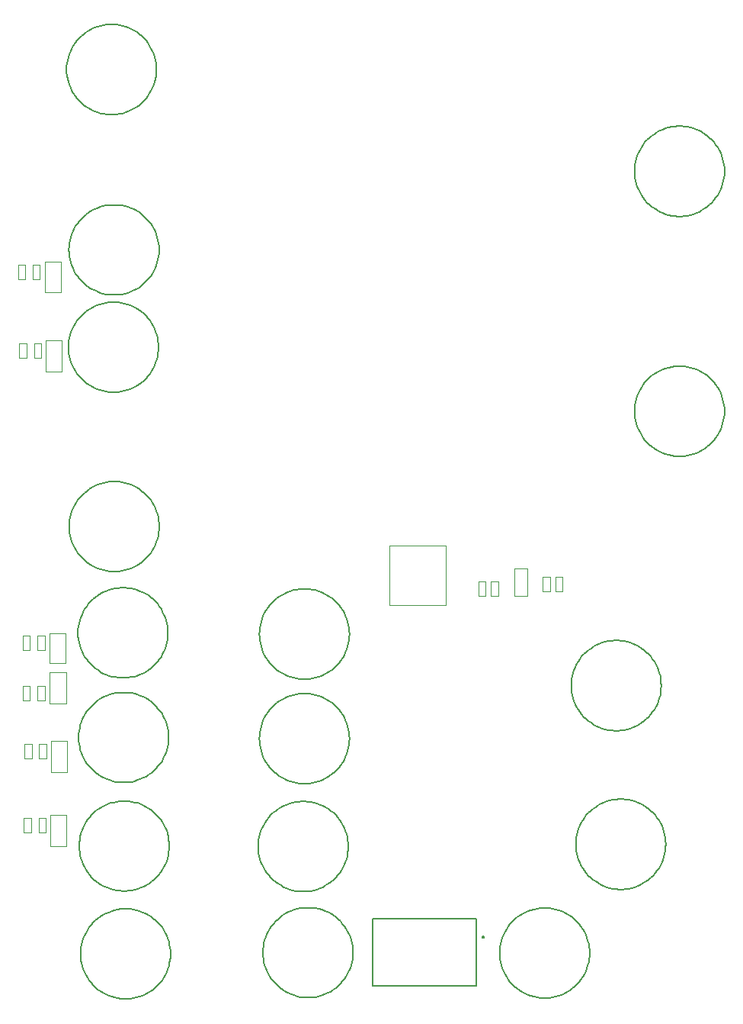
<source format=gbr>
%FSTAX23Y23*%
%MOIN*%
%SFA1B1*%

%IPPOS*%
%ADD48C,0.007874*%
%ADD49C,0.005000*%
%ADD53C,0.003937*%
%LNpcb.psu.dcdc.001.a1_mechanical_13-1*%
%LPD*%
G54D48*
X02444Y00301D02*
D01*
X02444Y00301*
X02444Y00301*
X02444Y00301*
X02444Y00302*
X02444Y00302*
X02443Y00302*
X02443Y00303*
X02443Y00303*
X02443Y00303*
X02443Y00303*
X02443Y00303*
X02442Y00304*
X02442Y00304*
X02442Y00304*
X02442Y00304*
X02442Y00304*
X02441Y00304*
X02441Y00304*
X02441Y00305*
X02441Y00305*
X0244Y00305*
X0244Y00305*
X0244*
X02439Y00305*
X02439Y00305*
X02439Y00305*
X02439Y00304*
X02438Y00304*
X02438Y00304*
X02438Y00304*
X02438Y00304*
X02437Y00304*
X02437Y00304*
X02437Y00303*
X02437Y00303*
X02437Y00303*
X02437Y00303*
X02436Y00303*
X02436Y00302*
X02436Y00302*
X02436Y00302*
X02436Y00301*
X02436Y00301*
X02436Y00301*
X02436Y00301*
X02436Y003*
X02436Y003*
X02436Y003*
X02436Y003*
X02436Y00299*
X02436Y00299*
X02436Y00299*
X02437Y00299*
X02437Y00298*
X02437Y00298*
X02437Y00298*
X02437Y00298*
X02437Y00298*
X02438Y00297*
X02438Y00297*
X02438Y00297*
X02438Y00297*
X02439Y00297*
X02439Y00297*
X02439Y00297*
X02439Y00297*
X0244Y00297*
X0244*
X0244Y00297*
X02441Y00297*
X02441Y00297*
X02441Y00297*
X02441Y00297*
X02442Y00297*
X02442Y00297*
X02442Y00297*
X02442Y00298*
X02442Y00298*
X02443Y00298*
X02443Y00298*
X02443Y00298*
X02443Y00299*
X02443Y00299*
X02443Y00299*
X02444Y00299*
X02444Y003*
X02444Y003*
X02444Y003*
X02444Y003*
X02444Y00301*
G54D49*
X01872Y00233D02*
D01*
X01871Y00246*
X0187Y0026*
X01867Y00274*
X01864Y00287*
X0186Y003*
X01855Y00313*
X01849Y00325*
X01842Y00337*
X01834Y00348*
X01825Y00359*
X01816Y0037*
X01806Y00379*
X01796Y00388*
X01785Y00396*
X01773Y00403*
X01761Y0041*
X01748Y00415*
X01736Y0042*
X01722Y00424*
X01709Y00427*
X01695Y00429*
X01682Y00429*
X01668*
X01654Y00429*
X01641Y00427*
X01627Y00424*
X01614Y0042*
X01601Y00415*
X01588Y0041*
X01576Y00403*
X01565Y00396*
X01554Y00388*
X01543Y00379*
X01533Y0037*
X01524Y00359*
X01515Y00348*
X01508Y00337*
X01501Y00325*
X01495Y00313*
X0149Y003*
X01485Y00287*
X01482Y00274*
X0148Y0026*
X01478Y00246*
X01478Y00233*
X01478Y00219*
X0148Y00205*
X01482Y00192*
X01485Y00179*
X0149Y00165*
X01495Y00153*
X01501Y0014*
X01508Y00128*
X01515Y00117*
X01524Y00106*
X01533Y00096*
X01543Y00086*
X01554Y00078*
X01565Y0007*
X01576Y00062*
X01588Y00056*
X01601Y0005*
X01614Y00046*
X01627Y00042*
X01641Y00039*
X01654Y00037*
X01668Y00036*
X01682*
X01695Y00037*
X01709Y00039*
X01722Y00042*
X01736Y00046*
X01748Y0005*
X01761Y00056*
X01773Y00062*
X01785Y0007*
X01796Y00078*
X01806Y00086*
X01816Y00096*
X01825Y00106*
X01834Y00117*
X01842Y00128*
X01849Y0014*
X01855Y00153*
X0186Y00165*
X01864Y00179*
X01867Y00192*
X0187Y00205*
X01871Y00219*
X01872Y00233*
X01067Y00698D02*
D01*
X01067Y00712*
X01065Y00726*
X01063Y00739*
X0106Y00753*
X01056Y00766*
X0105Y00778*
X01044Y00791*
X01038Y00803*
X0103Y00814*
X01021Y00825*
X01012Y00835*
X01002Y00845*
X00992Y00853*
X00981Y00862*
X00969Y00869*
X00957Y00875*
X00944Y00881*
X00931Y00886*
X00918Y00889*
X00905Y00892*
X00891Y00894*
X00877Y00895*
X00864*
X0085Y00894*
X00836Y00892*
X00823Y00889*
X0081Y00886*
X00797Y00881*
X00784Y00875*
X00772Y00869*
X0076Y00862*
X00749Y00853*
X00739Y00845*
X00729Y00835*
X0072Y00825*
X00711Y00814*
X00704Y00803*
X00697Y00791*
X00691Y00778*
X00686Y00766*
X00681Y00753*
X00678Y00739*
X00676Y00726*
X00674Y00712*
X00674Y00698*
X00674Y00685*
X00676Y00671*
X00678Y00657*
X00681Y00644*
X00686Y00631*
X00691Y00618*
X00697Y00606*
X00704Y00594*
X00711Y00583*
X0072Y00572*
X00729Y00562*
X00739Y00552*
X00749Y00543*
X0076Y00535*
X00772Y00528*
X00784Y00521*
X00797Y00516*
X0081Y00511*
X00823Y00507*
X00836Y00504*
X0085Y00503*
X00864Y00502*
X00877*
X00891Y00503*
X00905Y00504*
X00918Y00507*
X00931Y00511*
X00944Y00516*
X00957Y00521*
X00969Y00528*
X00981Y00535*
X00992Y00543*
X01002Y00552*
X01012Y00562*
X01021Y00572*
X0103Y00583*
X01038Y00594*
X01044Y00606*
X0105Y00618*
X01056Y00631*
X0106Y00644*
X01063Y00657*
X01065Y00671*
X01067Y00685*
X01067Y00698*
X01065Y01173D02*
D01*
X01065Y01186*
X01064Y012*
X01061Y01214*
X01058Y01227*
X01054Y0124*
X01048Y01253*
X01042Y01265*
X01036Y01277*
X01028Y01288*
X01019Y01299*
X0101Y01309*
X01Y01319*
X0099Y01328*
X00979Y01336*
X00967Y01343*
X00955Y0135*
X00942Y01355*
X00929Y0136*
X00916Y01364*
X00903Y01367*
X00889Y01368*
X00875Y01369*
X00862*
X00848Y01368*
X00834Y01367*
X00821Y01364*
X00808Y0136*
X00795Y01355*
X00782Y0135*
X0077Y01343*
X00759Y01336*
X00747Y01328*
X00737Y01319*
X00727Y01309*
X00718Y01299*
X00709Y01288*
X00702Y01277*
X00695Y01265*
X00689Y01253*
X00684Y0124*
X00679Y01227*
X00676Y01214*
X00674Y012*
X00672Y01186*
X00672Y01173*
X00672Y01159*
X00674Y01145*
X00676Y01132*
X00679Y01118*
X00684Y01105*
X00689Y01093*
X00695Y0108*
X00702Y01068*
X00709Y01057*
X00718Y01046*
X00727Y01036*
X00737Y01026*
X00747Y01018*
X00759Y0101*
X0077Y01002*
X00782Y00996*
X00795Y0099*
X00808Y00986*
X00821Y00982*
X00834Y00979*
X00848Y00977*
X00862Y00976*
X00875*
X00889Y00977*
X00903Y00979*
X00916Y00982*
X00929Y00986*
X00942Y0099*
X00955Y00996*
X00967Y01002*
X00979Y0101*
X0099Y01018*
X01Y01026*
X0101Y01036*
X01019Y01046*
X01028Y01057*
X01036Y01068*
X01042Y0108*
X01048Y01093*
X01054Y01105*
X01058Y01118*
X01061Y01132*
X01064Y01145*
X01065Y01159*
X01065Y01173*
X03497Y02598D02*
D01*
X03496Y02612*
X03495Y02625*
X03492Y02639*
X03489Y02652*
X03485Y02665*
X0348Y02678*
X03474Y0269*
X03467Y02702*
X03459Y02714*
X0345Y02724*
X03441Y02735*
X03431Y02744*
X03421Y02753*
X0341Y02761*
X03398Y02768*
X03386Y02775*
X03373Y0278*
X03361Y02785*
X03347Y02789*
X03334Y02792*
X0332Y02794*
X03307Y02795*
X03293*
X03279Y02794*
X03266Y02792*
X03252Y02789*
X03239Y02785*
X03226Y0278*
X03213Y02775*
X03201Y02768*
X0319Y02761*
X03179Y02753*
X03168Y02744*
X03158Y02735*
X03149Y02724*
X0314Y02714*
X03133Y02702*
X03126Y0269*
X0312Y02678*
X03115Y02665*
X0311Y02652*
X03107Y02639*
X03105Y02625*
X03103Y02612*
X03103Y02598*
X03103Y02584*
X03105Y02571*
X03107Y02557*
X0311Y02544*
X03115Y02531*
X0312Y02518*
X03126Y02506*
X03133Y02494*
X0314Y02482*
X03149Y02471*
X03158Y02461*
X03168Y02452*
X03179Y02443*
X0319Y02435*
X03201Y02427*
X03213Y02421*
X03226Y02415*
X03239Y02411*
X03252Y02407*
X03266Y02404*
X03279Y02402*
X03293Y02401*
X03307*
X0332Y02402*
X03334Y02404*
X03347Y02407*
X03361Y02411*
X03373Y02415*
X03386Y02421*
X03398Y02427*
X0341Y02435*
X03421Y02443*
X03431Y02452*
X03441Y02461*
X0345Y02471*
X03459Y02482*
X03467Y02494*
X03474Y02506*
X0348Y02518*
X03485Y02531*
X03489Y02544*
X03492Y02557*
X03495Y02571*
X03496Y02584*
X03497Y02598*
Y03646D02*
D01*
X03496Y0366*
X03495Y03674*
X03492Y03687*
X03489Y037*
X03485Y03713*
X0348Y03726*
X03474Y03739*
X03467Y0375*
X03459Y03762*
X0345Y03773*
X03441Y03783*
X03431Y03792*
X03421Y03801*
X0341Y03809*
X03398Y03817*
X03386Y03823*
X03373Y03829*
X03361Y03833*
X03347Y03837*
X03334Y0384*
X0332Y03842*
X03307Y03843*
X03293*
X03279Y03842*
X03266Y0384*
X03252Y03837*
X03239Y03833*
X03226Y03829*
X03213Y03823*
X03201Y03817*
X0319Y03809*
X03179Y03801*
X03168Y03792*
X03158Y03783*
X03149Y03773*
X0314Y03762*
X03133Y0375*
X03126Y03739*
X0312Y03726*
X03115Y03713*
X0311Y037*
X03107Y03687*
X03105Y03674*
X03103Y0366*
X03103Y03646*
X03103Y03632*
X03105Y03619*
X03107Y03605*
X0311Y03592*
X03115Y03579*
X0312Y03566*
X03126Y03554*
X03133Y03542*
X0314Y0353*
X03149Y0352*
X03158Y03509*
X03168Y035*
X03179Y03491*
X0319Y03483*
X03201Y03476*
X03213Y03469*
X03226Y03464*
X03239Y03459*
X03252Y03455*
X03266Y03452*
X03279Y0345*
X03293Y03449*
X03307*
X0332Y0345*
X03334Y03452*
X03347Y03455*
X03361Y03459*
X03373Y03464*
X03386Y03469*
X03398Y03476*
X0341Y03483*
X03421Y03491*
X03431Y035*
X03441Y03509*
X0345Y0352*
X03459Y0353*
X03467Y03542*
X03474Y03554*
X0348Y03566*
X03485Y03579*
X03489Y03592*
X03492Y03605*
X03495Y03619*
X03496Y03632*
X03497Y03646*
X01073Y00227D02*
D01*
X01073Y00241*
X01071Y00254*
X01069Y00268*
X01066Y00281*
X01061Y00294*
X01056Y00307*
X0105Y00319*
X01043Y00331*
X01036Y00343*
X01027Y00353*
X01018Y00364*
X01008Y00373*
X00998Y00382*
X00987Y0039*
X00975Y00397*
X00963Y00404*
X0095Y00409*
X00937Y00414*
X00924Y00418*
X00911Y00421*
X00897Y00423*
X00883Y00424*
X0087*
X00856Y00423*
X00842Y00421*
X00829Y00418*
X00816Y00414*
X00803Y00409*
X0079Y00404*
X00778Y00397*
X00766Y0039*
X00755Y00382*
X00745Y00373*
X00735Y00364*
X00726Y00353*
X00717Y00343*
X0071Y00331*
X00703Y00319*
X00697Y00307*
X00691Y00294*
X00687Y00281*
X00684Y00268*
X00682Y00254*
X0068Y00241*
X0068Y00227*
X0068Y00213*
X00682Y00199*
X00684Y00186*
X00687Y00173*
X00691Y0016*
X00697Y00147*
X00703Y00134*
X0071Y00123*
X00717Y00111*
X00726Y001*
X00735Y0009*
X00745Y00081*
X00755Y00072*
X00766Y00064*
X00778Y00056*
X0079Y0005*
X00803Y00044*
X00816Y0004*
X00829Y00036*
X00842Y00033*
X00856Y00031*
X0087Y0003*
X00883*
X00897Y00031*
X00911Y00033*
X00924Y00036*
X00937Y0004*
X0095Y00044*
X00963Y0005*
X00975Y00056*
X00987Y00064*
X00998Y00072*
X01008Y00081*
X01018Y0009*
X01027Y001*
X01036Y00111*
X01043Y00123*
X0105Y00134*
X01056Y00147*
X01061Y0016*
X01066Y00173*
X01069Y00186*
X01071Y00199*
X01073Y00213*
X01073Y00227*
X02907Y00231D02*
D01*
X02907Y00245*
X02905Y00258*
X02903Y00272*
X02899Y00285*
X02895Y00298*
X0289Y00311*
X02884Y00323*
X02877Y00335*
X02869Y00347*
X02861Y00357*
X02852Y00368*
X02842Y00377*
X02831Y00386*
X0282Y00394*
X02809Y00401*
X02796Y00408*
X02784Y00413*
X02771Y00418*
X02758Y00422*
X02744Y00425*
X02731Y00427*
X02717Y00428*
X02703*
X0269Y00427*
X02676Y00425*
X02663Y00422*
X02649Y00418*
X02636Y00413*
X02624Y00408*
X02612Y00401*
X026Y00394*
X02589Y00386*
X02578Y00377*
X02569Y00368*
X02559Y00357*
X02551Y00347*
X02543Y00335*
X02536Y00323*
X0253Y00311*
X02525Y00298*
X02521Y00285*
X02518Y00272*
X02515Y00258*
X02514Y00245*
X02513Y00231*
X02514Y00217*
X02515Y00203*
X02518Y0019*
X02521Y00177*
X02525Y00163*
X0253Y00151*
X02536Y00138*
X02543Y00126*
X02551Y00115*
X02559Y00104*
X02569Y00094*
X02578Y00085*
X02589Y00076*
X026Y00068*
X02612Y0006*
X02624Y00054*
X02636Y00048*
X02649Y00044*
X02663Y0004*
X02676Y00037*
X0269Y00035*
X02703Y00034*
X02717*
X02731Y00035*
X02744Y00037*
X02758Y0004*
X02771Y00044*
X02784Y00048*
X02796Y00054*
X02809Y0006*
X0282Y00068*
X02831Y00076*
X02842Y00085*
X02852Y00094*
X02861Y00104*
X02869Y00115*
X02877Y00126*
X02884Y00138*
X0289Y00151*
X02895Y00163*
X02899Y00177*
X02903Y0019*
X02905Y00203*
X02907Y00217*
X02907Y00231*
X01851Y00696D02*
D01*
X0185Y0071*
X01849Y00724*
X01847Y00737*
X01843Y00751*
X01839Y00764*
X01834Y00776*
X01828Y00789*
X01821Y00801*
X01813Y00812*
X01805Y00823*
X01796Y00833*
X01786Y00843*
X01775Y00851*
X01764Y0086*
X01752Y00867*
X0174Y00873*
X01728Y00879*
X01715Y00884*
X01702Y00887*
X01688Y0089*
X01675Y00892*
X01661Y00893*
X01647*
X01633Y00892*
X0162Y0089*
X01606Y00887*
X01593Y00884*
X0158Y00879*
X01568Y00873*
X01556Y00867*
X01544Y0086*
X01533Y00851*
X01522Y00843*
X01512Y00833*
X01503Y00823*
X01495Y00812*
X01487Y00801*
X0148Y00789*
X01474Y00776*
X01469Y00764*
X01465Y00751*
X01461Y00737*
X01459Y00724*
X01458Y0071*
X01457Y00696*
X01458Y00683*
X01459Y00669*
X01461Y00655*
X01465Y00642*
X01469Y00629*
X01474Y00616*
X0148Y00604*
X01487Y00592*
X01495Y00581*
X01503Y0057*
X01512Y0056*
X01522Y0055*
X01533Y00541*
X01544Y00533*
X01556Y00526*
X01568Y00519*
X0158Y00514*
X01593Y00509*
X01606Y00505*
X0162Y00502*
X01633Y00501*
X01647Y005*
X01661*
X01675Y00501*
X01688Y00502*
X01702Y00505*
X01715Y00509*
X01728Y00514*
X0174Y00519*
X01752Y00526*
X01764Y00533*
X01775Y00541*
X01786Y0055*
X01796Y0056*
X01805Y0057*
X01813Y00581*
X01821Y00592*
X01828Y00604*
X01834Y00616*
X01839Y00629*
X01843Y00642*
X01847Y00655*
X01849Y00669*
X0185Y00683*
X01851Y00696*
X0324Y00706D02*
D01*
X03239Y0072*
X03238Y00734*
X03235Y00747*
X03232Y0076*
X03228Y00774*
X03223Y00786*
X03217Y00799*
X0321Y00811*
X03202Y00822*
X03194Y00833*
X03184Y00843*
X03175Y00852*
X03164Y00861*
X03153Y00869*
X03141Y00877*
X03129Y00883*
X03117Y00889*
X03104Y00893*
X0309Y00897*
X03077Y009*
X03063Y00902*
X0305Y00903*
X03036*
X03022Y00902*
X03009Y009*
X02995Y00897*
X02982Y00893*
X02969Y00889*
X02957Y00883*
X02944Y00877*
X02933Y00869*
X02922Y00861*
X02911Y00852*
X02901Y00843*
X02892Y00833*
X02884Y00822*
X02876Y00811*
X02869Y00799*
X02863Y00786*
X02858Y00774*
X02854Y0076*
X0285Y00747*
X02848Y00734*
X02846Y0072*
X02846Y00706*
X02846Y00692*
X02848Y00679*
X0285Y00665*
X02854Y00652*
X02858Y00639*
X02863Y00626*
X02869Y00614*
X02876Y00602*
X02884Y0059*
X02892Y0058*
X02901Y00569*
X02911Y0056*
X02922Y00551*
X02933Y00543*
X02944Y00536*
X02957Y00529*
X02969Y00524*
X02982Y00519*
X02995Y00515*
X03009Y00512*
X03022Y0051*
X03036Y00509*
X0305*
X03063Y0051*
X03077Y00512*
X0309Y00515*
X03104Y00519*
X03117Y00524*
X03129Y00529*
X03141Y00536*
X03153Y00543*
X03164Y00551*
X03175Y0056*
X03184Y00569*
X03194Y0058*
X03202Y0059*
X0321Y00602*
X03217Y00614*
X03223Y00626*
X03228Y00639*
X03232Y00652*
X03235Y00665*
X03238Y00679*
X03239Y00692*
X0324Y00706*
X01062Y01629D02*
D01*
X01062Y01643*
X01061Y01657*
X01058Y0167*
X01055Y01684*
X01051Y01697*
X01045Y01709*
X01039Y01722*
X01033Y01734*
X01025Y01745*
X01016Y01756*
X01007Y01766*
X00997Y01776*
X00987Y01785*
X00976Y01793*
X00964Y018*
X00952Y01806*
X00939Y01812*
X00926Y01817*
X00913Y0182*
X009Y01823*
X00886Y01825*
X00873Y01826*
X00859*
X00845Y01825*
X00831Y01823*
X00818Y0182*
X00805Y01817*
X00792Y01812*
X00779Y01806*
X00767Y018*
X00756Y01793*
X00744Y01785*
X00734Y01776*
X00724Y01766*
X00715Y01756*
X00706Y01745*
X00699Y01734*
X00692Y01722*
X00686Y01709*
X00681Y01697*
X00676Y01684*
X00673Y0167*
X00671Y01657*
X00669Y01643*
X00669Y01629*
X00669Y01616*
X00671Y01602*
X00673Y01588*
X00676Y01575*
X00681Y01562*
X00686Y01549*
X00692Y01537*
X00699Y01525*
X00706Y01514*
X00715Y01503*
X00724Y01493*
X00734Y01483*
X00744Y01474*
X00756Y01466*
X00767Y01459*
X00779Y01452*
X00792Y01447*
X00805Y01442*
X00818Y01438*
X00831Y01436*
X00845Y01434*
X00859Y01433*
X00873*
X00886Y01434*
X009Y01436*
X00913Y01438*
X00926Y01442*
X00939Y01447*
X00952Y01452*
X00964Y01459*
X00976Y01466*
X00987Y01474*
X00997Y01483*
X01007Y01493*
X01016Y01503*
X01025Y01514*
X01033Y01525*
X01039Y01537*
X01045Y01549*
X01051Y01562*
X01055Y01575*
X01058Y01588*
X01061Y01602*
X01062Y01616*
X01062Y01629*
X01856Y01168D02*
D01*
X01855Y01182*
X01854Y01195*
X01851Y01209*
X01848Y01222*
X01844Y01235*
X01839Y01248*
X01833Y0126*
X01826Y01272*
X01818Y01284*
X0181Y01294*
X01801Y01305*
X01791Y01314*
X0178Y01323*
X01769Y01331*
X01757Y01338*
X01745Y01345*
X01733Y0135*
X0172Y01355*
X01707Y01359*
X01693Y01362*
X0168Y01364*
X01666Y01365*
X01652*
X01638Y01364*
X01625Y01362*
X01611Y01359*
X01598Y01355*
X01585Y0135*
X01573Y01345*
X01561Y01338*
X01549Y01331*
X01538Y01323*
X01527Y01314*
X01517Y01305*
X01508Y01294*
X015Y01284*
X01492Y01272*
X01485Y0126*
X01479Y01248*
X01474Y01235*
X0147Y01222*
X01466Y01209*
X01464Y01195*
X01463Y01182*
X01462Y01168*
X01463Y01154*
X01464Y0114*
X01466Y01127*
X0147Y01114*
X01474Y011*
X01479Y01088*
X01485Y01075*
X01492Y01063*
X015Y01052*
X01508Y01041*
X01517Y01031*
X01527Y01022*
X01538Y01013*
X01549Y01005*
X01561Y00997*
X01573Y00991*
X01585Y00985*
X01598Y00981*
X01611Y00977*
X01625Y00974*
X01638Y00972*
X01652Y00971*
X01666*
X0168Y00972*
X01693Y00974*
X01707Y00977*
X0172Y00981*
X01733Y00985*
X01745Y00991*
X01757Y00997*
X01769Y01005*
X0178Y01013*
X01791Y01022*
X01801Y01031*
X0181Y01041*
X01818Y01052*
X01826Y01063*
X01833Y01075*
X01839Y01088*
X01844Y011*
X01848Y01114*
X01851Y01127*
X01854Y0114*
X01855Y01154*
X01856Y01168*
Y01625D02*
D01*
X01855Y01638*
X01854Y01652*
X01851Y01665*
X01848Y01679*
X01844Y01692*
X01839Y01705*
X01833Y01717*
X01826Y01729*
X01818Y0174*
X0181Y01751*
X01801Y01761*
X01791Y01771*
X0178Y0178*
X01769Y01788*
X01757Y01795*
X01745Y01801*
X01733Y01807*
X0172Y01812*
X01707Y01816*
X01693Y01818*
X0168Y0182*
X01666Y01821*
X01652*
X01638Y0182*
X01625Y01818*
X01611Y01816*
X01598Y01812*
X01585Y01807*
X01573Y01801*
X01561Y01795*
X01549Y01788*
X01538Y0178*
X01527Y01771*
X01517Y01761*
X01508Y01751*
X015Y0174*
X01492Y01729*
X01485Y01717*
X01479Y01705*
X01474Y01692*
X0147Y01679*
X01466Y01665*
X01464Y01652*
X01463Y01638*
X01462Y01625*
X01463Y01611*
X01464Y01597*
X01466Y01584*
X0147Y0157*
X01474Y01557*
X01479Y01544*
X01485Y01532*
X01492Y0152*
X015Y01509*
X01508Y01498*
X01517Y01488*
X01527Y01478*
X01538Y01469*
X01549Y01461*
X01561Y01454*
X01573Y01448*
X01585Y01442*
X01598Y01437*
X01611Y01433*
X01625Y01431*
X01638Y01429*
X01652Y01428*
X01666*
X0168Y01429*
X01693Y01431*
X01707Y01433*
X0172Y01437*
X01733Y01442*
X01745Y01448*
X01757Y01454*
X01769Y01461*
X0178Y01469*
X01791Y01478*
X01801Y01488*
X0181Y01498*
X01818Y01509*
X01826Y0152*
X01833Y01532*
X01839Y01544*
X01844Y01557*
X01848Y0157*
X01851Y01584*
X01854Y01597*
X01855Y01611*
X01856Y01625*
X0322Y01399D02*
D01*
X03219Y01413*
X03218Y01427*
X03216Y0144*
X03212Y01453*
X03208Y01466*
X03203Y01479*
X03197Y01492*
X0319Y01503*
X03182Y01515*
X03174Y01526*
X03165Y01536*
X03155Y01545*
X03144Y01554*
X03133Y01562*
X03122Y0157*
X03109Y01576*
X03097Y01582*
X03084Y01586*
X03071Y0159*
X03057Y01593*
X03044Y01595*
X0303Y01596*
X03016*
X03003Y01595*
X02989Y01593*
X02975Y0159*
X02962Y01586*
X02949Y01582*
X02937Y01576*
X02925Y0157*
X02913Y01562*
X02902Y01554*
X02891Y01545*
X02882Y01536*
X02872Y01526*
X02864Y01515*
X02856Y01503*
X02849Y01492*
X02843Y01479*
X02838Y01466*
X02834Y01453*
X02831Y0144*
X02828Y01427*
X02827Y01413*
X02826Y01399*
X02827Y01385*
X02828Y01372*
X02831Y01358*
X02834Y01345*
X02838Y01332*
X02843Y01319*
X02849Y01307*
X02856Y01295*
X02864Y01283*
X02872Y01273*
X02882Y01262*
X02891Y01253*
X02902Y01244*
X02913Y01236*
X02925Y01229*
X02937Y01222*
X02949Y01217*
X02962Y01212*
X02975Y01208*
X02989Y01205*
X03003Y01203*
X03016Y01202*
X0303*
X03044Y01203*
X03057Y01205*
X03071Y01208*
X03084Y01212*
X03097Y01217*
X03109Y01222*
X03122Y01229*
X03133Y01236*
X03144Y01244*
X03155Y01253*
X03165Y01262*
X03174Y01273*
X03182Y01283*
X0319Y01295*
X03197Y01307*
X03203Y01319*
X03208Y01332*
X03212Y01345*
X03216Y01358*
X03218Y01372*
X03219Y01385*
X0322Y01399*
X01024Y02094D02*
D01*
X01024Y02108*
X01022Y02121*
X0102Y02135*
X01016Y02148*
X01012Y02161*
X01007Y02174*
X01001Y02186*
X00994Y02198*
X00987Y0221*
X00978Y02221*
X00969Y02231*
X00959Y0224*
X00948Y02249*
X00937Y02257*
X00926Y02264*
X00914Y02271*
X00901Y02277*
X00888Y02281*
X00875Y02285*
X00861Y02288*
X00848Y0229*
X00834Y02291*
X0082*
X00807Y0229*
X00793Y02288*
X0078Y02285*
X00766Y02281*
X00754Y02277*
X00741Y02271*
X00729Y02264*
X00717Y02257*
X00706Y02249*
X00696Y0224*
X00686Y02231*
X00676Y02221*
X00668Y0221*
X0066Y02198*
X00653Y02186*
X00647Y02174*
X00642Y02161*
X00638Y02148*
X00635Y02135*
X00632Y02121*
X00631Y02108*
X0063Y02094*
X00631Y0208*
X00632Y02067*
X00635Y02053*
X00638Y0204*
X00642Y02027*
X00647Y02014*
X00653Y02002*
X0066Y0199*
X00668Y01978*
X00676Y01967*
X00686Y01957*
X00696Y01948*
X00706Y01939*
X00717Y01931*
X00729Y01924*
X00741Y01917*
X00754Y01911*
X00766Y01907*
X0078Y01903*
X00793Y019*
X00807Y01898*
X0082Y01897*
X00834*
X00848Y01898*
X00861Y019*
X00875Y01903*
X00888Y01907*
X00901Y01911*
X00914Y01917*
X00926Y01924*
X00937Y01931*
X00948Y01939*
X00959Y01948*
X00969Y01957*
X00978Y01967*
X00987Y01978*
X00994Y0199*
X01001Y02002*
X01007Y02014*
X01012Y02027*
X01016Y0204*
X0102Y02053*
X01022Y02067*
X01024Y0208*
X01024Y02094*
X01021Y02877D02*
D01*
X01021Y02891*
X01019Y02905*
X01017Y02918*
X01014Y02932*
X01009Y02945*
X01004Y02958*
X00998Y0297*
X00991Y02982*
X00984Y02993*
X00975Y03004*
X00966Y03014*
X00956Y03024*
X00945Y03033*
X00934Y03041*
X00923Y03048*
X00911Y03054*
X00898Y0306*
X00885Y03065*
X00872Y03068*
X00858Y03071*
X00845Y03073*
X00831Y03074*
X00817*
X00804Y03073*
X0079Y03071*
X00777Y03068*
X00763Y03065*
X00751Y0306*
X00738Y03054*
X00726Y03048*
X00714Y03041*
X00703Y03033*
X00693Y03024*
X00683Y03014*
X00674Y03004*
X00665Y02993*
X00657Y02982*
X0065Y0297*
X00644Y02958*
X00639Y02945*
X00635Y02932*
X00632Y02918*
X00629Y02905*
X00628Y02891*
X00627Y02877*
X00628Y02864*
X00629Y0285*
X00632Y02837*
X00635Y02823*
X00639Y0281*
X00644Y02797*
X0065Y02785*
X00657Y02773*
X00665Y02762*
X00674Y02751*
X00683Y02741*
X00693Y02731*
X00703Y02722*
X00714Y02714*
X00726Y02707*
X00738Y02701*
X00751Y02695*
X00763Y0269*
X00777Y02686*
X0079Y02684*
X00804Y02682*
X00817Y02681*
X00831*
X00845Y02682*
X00858Y02684*
X00872Y02686*
X00885Y0269*
X00898Y02695*
X00911Y02701*
X00923Y02707*
X00934Y02714*
X00945Y02722*
X00956Y02731*
X00966Y02741*
X00975Y02751*
X00984Y02762*
X00991Y02773*
X00998Y02785*
X01004Y02797*
X01009Y0281*
X01014Y02823*
X01017Y02837*
X01019Y0285*
X01021Y02864*
X01021Y02877*
X01023Y03303D02*
D01*
X01023Y03316*
X01021Y0333*
X01019Y03344*
X01015Y03357*
X01011Y0337*
X01006Y03383*
X01Y03395*
X00993Y03407*
X00986Y03418*
X00977Y03429*
X00968Y03439*
X00958Y03449*
X00947Y03458*
X00936Y03466*
X00925Y03473*
X00913Y0348*
X009Y03485*
X00887Y0349*
X00874Y03494*
X0086Y03497*
X00847Y03498*
X00833Y03499*
X00819*
X00806Y03498*
X00792Y03497*
X00779Y03494*
X00765Y0349*
X00753Y03485*
X0074Y0348*
X00728Y03473*
X00716Y03466*
X00705Y03458*
X00695Y03449*
X00685Y03439*
X00675Y03429*
X00667Y03418*
X00659Y03407*
X00652Y03395*
X00646Y03383*
X00641Y0337*
X00637Y03357*
X00634Y03344*
X00631Y0333*
X0063Y03316*
X00629Y03303*
X0063Y03289*
X00631Y03275*
X00634Y03262*
X00637Y03248*
X00641Y03235*
X00646Y03223*
X00652Y0321*
X00659Y03198*
X00667Y03187*
X00675Y03176*
X00685Y03166*
X00695Y03156*
X00705Y03148*
X00716Y03139*
X00728Y03132*
X0074Y03126*
X00753Y0312*
X00765Y03115*
X00779Y03112*
X00792Y03109*
X00806Y03107*
X00819Y03106*
X00833*
X00847Y03107*
X0086Y03109*
X00874Y03112*
X00887Y03115*
X009Y0312*
X00913Y03126*
X00925Y03132*
X00936Y03139*
X00947Y03148*
X00958Y03156*
X00968Y03166*
X00977Y03176*
X00986Y03187*
X00993Y03198*
X01Y0321*
X01006Y03223*
X01011Y03235*
X01015Y03248*
X01019Y03262*
X01021Y03275*
X01023Y03289*
X01023Y03303*
X01012Y0409D02*
D01*
X01012Y04104*
X0101Y04117*
X01008Y04131*
X01005Y04144*
X01Y04157*
X00995Y0417*
X00989Y04182*
X00982Y04194*
X00975Y04206*
X00966Y04217*
X00957Y04227*
X00947Y04236*
X00937Y04245*
X00926Y04253*
X00914Y04261*
X00902Y04267*
X00889Y04273*
X00876Y04277*
X00863Y04281*
X0085Y04284*
X00836Y04286*
X00822Y04287*
X00809*
X00795Y04286*
X00781Y04284*
X00768Y04281*
X00755Y04277*
X00742Y04273*
X00729Y04267*
X00717Y04261*
X00705Y04253*
X00694Y04245*
X00684Y04236*
X00674Y04227*
X00665Y04217*
X00656Y04206*
X00649Y04194*
X00642Y04182*
X00636Y0417*
X0063Y04157*
X00626Y04144*
X00623Y04131*
X00621Y04117*
X00619Y04104*
X00619Y0409*
X00619Y04076*
X00621Y04063*
X00623Y04049*
X00626Y04036*
X0063Y04023*
X00636Y0401*
X00642Y03998*
X00649Y03986*
X00656Y03974*
X00665Y03964*
X00674Y03953*
X00684Y03944*
X00694Y03935*
X00705Y03927*
X00717Y0392*
X00729Y03913*
X00742Y03908*
X00755Y03903*
X00768Y03899*
X00781Y03896*
X00795Y03894*
X00809Y03893*
X00822*
X00836Y03894*
X0085Y03896*
X00863Y03899*
X00876Y03903*
X00889Y03908*
X00902Y03913*
X00914Y0392*
X00926Y03927*
X00937Y03935*
X00947Y03944*
X00957Y03953*
X00966Y03964*
X00975Y03974*
X00982Y03986*
X00989Y03998*
X00995Y0401*
X01Y04023*
X01005Y04036*
X01008Y04049*
X0101Y04063*
X01012Y04076*
X01012Y0409*
X01956Y00086D02*
X02412D01*
X01956Y00381D02*
Y00086D01*
Y00381D02*
X02412D01*
Y00086D02*
Y00381D01*
G54D53*
X02757Y01812D02*
Y01875D01*
X02789D02*
X02789Y01812D01*
X02757D02*
X02789D01*
X02757Y01875D02*
X02789D01*
X02701Y01812D02*
Y01875D01*
X02733D02*
Y01812D01*
X02701D02*
X02733D01*
X02701Y01875D02*
X02733D01*
X02633Y01792D02*
Y0191D01*
X02578Y01792D02*
Y0191D01*
Y01792D02*
X02633D01*
X02578Y0191D02*
X02633D01*
X02475Y0179D02*
Y01853D01*
X02506D02*
Y0179D01*
X02475D02*
X02506D01*
X02475Y01853D02*
X02506D01*
X02451Y0179D02*
Y01853D01*
X0242D02*
Y0179D01*
Y01853D02*
X02451D01*
X0242Y0179D02*
X02451D01*
X02032Y02012D02*
X02276D01*
X02032Y01752D02*
X02276D01*
X02032D02*
Y02012D01*
X02276Y01752D02*
Y02012D01*
X00432Y00758D02*
X00463D01*
X00432Y00821D02*
X00463D01*
X00432Y00758D02*
Y00821D01*
X00463Y00758D02*
Y00821D01*
X00496Y00758D02*
X00527D01*
X00496Y00821D02*
X00527D01*
X00496Y00758D02*
Y00821D01*
X00527Y00758D02*
Y00821D01*
X00619Y00699D02*
Y00833D01*
X00548Y00699D02*
Y00833D01*
X00619*
X00548Y00699D02*
X00619D01*
X00435Y0108D02*
X00466D01*
X00435Y01143D02*
X00466Y01143D01*
X00435Y0108D02*
Y01143D01*
X00466Y0108D02*
Y01143D01*
X00499Y0108D02*
X0053D01*
X00499Y01143D02*
X0053Y01143D01*
X00499Y0108D02*
Y01143D01*
X0053Y0108D02*
Y01143D01*
X00621Y01022D02*
Y01156D01*
X0055Y01022D02*
Y01156D01*
X00621*
X0055Y01022D02*
X00621D01*
X00428Y01554D02*
X00459D01*
X00428Y01617D02*
X00459Y01617D01*
X00428Y01617D02*
Y01554D01*
X00459D02*
Y01617D01*
X00492Y01554D02*
X00523D01*
X00492Y01617D02*
X00523D01*
X00492Y01554D02*
Y01617D01*
X00523Y01554D02*
Y01617D01*
X00428Y01333D02*
X00459D01*
X00428Y01396D02*
X00459D01*
X00428Y01333D02*
Y01396D01*
X00459Y01333D02*
Y01396D01*
X00492Y01333D02*
X00523D01*
X00492Y01396D02*
X00523D01*
X00492Y01333D02*
Y01396D01*
X00523Y01333D02*
Y01396D01*
X00616Y01322D02*
Y01456D01*
X00545Y01322D02*
Y01456D01*
X00616*
X00545Y01322D02*
X00616D01*
X00615Y01629D02*
Y01496D01*
X00544D02*
Y01629D01*
X00615*
X00544Y01496D02*
X00615D01*
X00412Y02831D02*
X00443D01*
X00412Y02894D02*
X00443D01*
X00412D02*
Y02831D01*
X00443D02*
Y02894D01*
X00476Y02831D02*
X00507D01*
X00476Y02894D02*
X00507D01*
X00476Y02831D02*
Y02894D01*
X00507Y02831D02*
Y02894D01*
X00599Y02772D02*
Y02906D01*
X00528Y02772D02*
Y02906D01*
X00599*
X00528Y02772D02*
X00599D01*
X00407Y03175D02*
X00438D01*
X00407Y03238D02*
X00438Y03238D01*
X00407Y03175D02*
Y03238D01*
X00438Y03175D02*
Y03238D01*
X00471Y03175D02*
X00502D01*
X00471Y03238D02*
X00502D01*
X00471Y03175D02*
Y03238D01*
X00502Y03175D02*
Y03238D01*
X00594Y03116D02*
Y0325D01*
X00523Y03116D02*
Y0325D01*
X00594*
X00523Y03116D02*
X00594D01*
M02*
</source>
